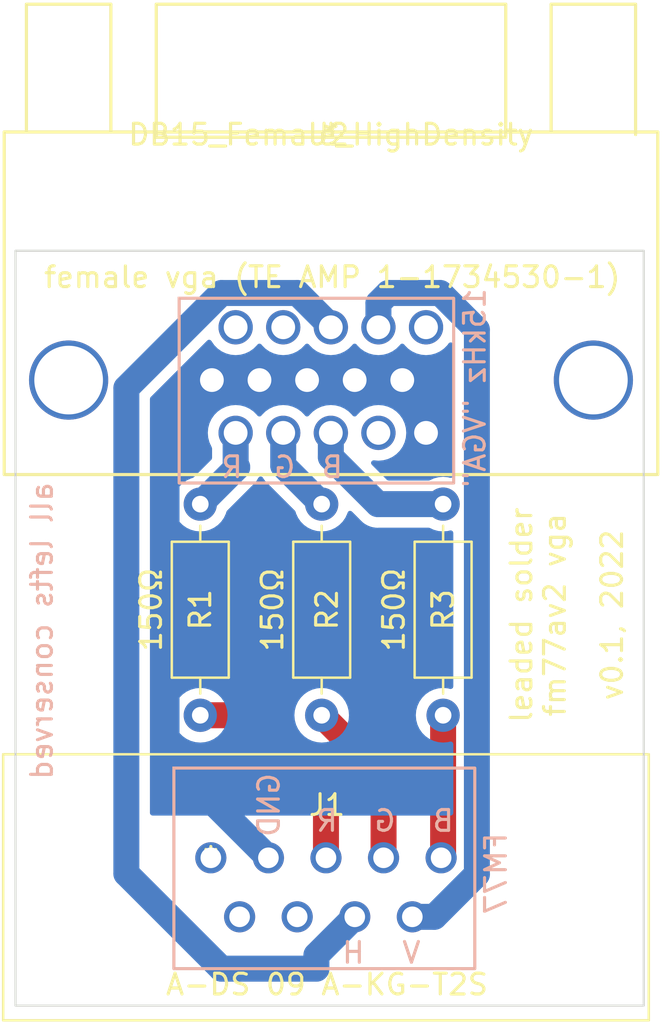
<source format=kicad_pcb>
(kicad_pcb (version 20211014) (generator pcbnew)
  (layers (0 "F.Cu" signal) (31 "B.Cu" signal) (34 "B.Paste" user) (35 "F.Paste" user) (36 "B.SilkS" user "B.Silkscreen") (37 "F.SilkS" user "F.Silkscreen") (38 "B.Mask" user) (39 "F.Mask" user) (44 "Edge.Cuts" user))
  (net 0 "")
  (net 2 "GND")
  (net 3 "/FM77_RED")
  (net 4 "/FM77_GREEN")
  (net 5 "/FM77_BLUE")
  (net 6 "/12V")
  (net 8 "/HSYNC")
  (net 9 "/VSYNC")
  (net 14 "/VGA_BLUE")
  (net 15 "/VGA_GREEN")
  (net 16 "/VGA_RED")
  (footprint "LeadedSolder:A-DS 09 A-KG-T2S" (layer "F.Cu") (at 124.714 98.552)
    (fp_text reference "J1" (at 5.588 -2.54) (layer "F.SilkS"))
    (fp_text value "DB9_Male" hide)
    (fp_text user "*" (at 0 0) (layer "F.SilkS"))
    (fp_line (start -9.992101 -4.982002) (end -9.992101 7.819598) (layer "F.SilkS") (width 0.12))
    (fp_line (start 21.072099 -4.982002) (end -9.992101 -4.982002) (layer "F.SilkS") (width 0.12))
    (fp_line (start 21.072099 7.819598) (end 21.072099 -4.982002) (layer "F.SilkS") (width 0.12))
    (fp_line (start -9.992101 7.819598) (end 21.072099 7.819598) (layer "F.SilkS") (width 0.12))
    (pad "" np_thru_hole circle (at 18.034998 1.419885) (size 3.048 3.048) (drill 3.048) (layers *.Cu *.Mask))
    (pad "" np_thru_hole circle (at -6.955 1.419885) (size 3.048 3.048) (drill 3.048) (layers *.Cu *.Mask))
    (pad "1" thru_hole circle (at 0 0) (size 1.4986 1.4986) (drill 0.9906) (layers *.Cu *.Mask))
    (pad "2" thru_hole circle (at 2.77 0) (size 1.4986 1.4986) (drill 0.9906) (layers *.Cu *.Mask) (net 2 "GND"))
    (pad "3" thru_hole circle (at 5.539999 0) (size 1.4986 1.4986) (drill 0.9906) (layers *.Cu *.Mask) (net 3 "/FM77_RED"))
    (pad "4" thru_hole circle (at 8.309999 0) (size 1.4986 1.4986) (drill 0.9906) (layers *.Cu *.Mask) (net 4 "/FM77_GREEN"))
    (pad "5" thru_hole circle (at 11.079998 0) (size 1.4986 1.4986) (drill 0.9906) (layers *.Cu *.Mask) (net 5 "/FM77_BLUE"))
    (pad "6" thru_hole circle (at 1.384998 2.839999) (size 1.4986 1.4986) (drill 0.9906) (layers *.Cu *.Mask) (net 6 "/12V"))
    (pad "7" thru_hole circle (at 4.154998 2.839999) (size 1.4986 1.4986) (drill 0.9906) (layers *.Cu *.Mask))
    (pad "8" thru_hole circle (at 6.925 2.839999) (size 1.4986 1.4986) (drill 0.9906) (layers *.Cu *.Mask) (net 8 "/HSYNC"))
    (pad "9" thru_hole circle (at 9.695 2.839999) (size 1.4986 1.4986) (drill 0.9906) (layers *.Cu *.Mask) (net 9 "/VSYNC"))
  )
  (footprint "Resistor_THT:R_Axial_DIN0207_L6.3mm_D2.5mm_P10.16mm_Horizontal" (layer "F.Cu") (at 135.89 81.534 -90)
    (fp_text reference "R3" (at 5.08 0 90) (layer "F.SilkS"))
    (fp_text value "150Ω" (at 5.08 2.37 90) (layer "F.SilkS"))
    (fp_line (start 1.81 1.37) (end 8.35 1.37) (layer "F.SilkS") (width 0.12))
    (fp_line (start 1.04 0) (end 1.81 0) (layer "F.SilkS") (width 0.12))
    (fp_line (start 8.35 1.37) (end 8.35 -1.37) (layer "F.SilkS") (width 0.12))
    (fp_line (start 9.12 0) (end 8.35 0) (layer "F.SilkS") (width 0.12))
    (fp_line (start 8.35 -1.37) (end 1.81 -1.37) (layer "F.SilkS") (width 0.12))
    (fp_line (start 1.81 -1.37) (end 1.81 1.37) (layer "F.SilkS") (width 0.12))
    (pad "1" thru_hole circle (at 0 0 270) (size 1.6 1.6) (drill 0.8) (layers *.Cu *.Mask) (net 14 "/VGA_BLUE"))
    (pad "2" thru_hole oval (at 10.16 0 270) (size 1.6 1.6) (drill 0.8) (layers *.Cu *.Mask) (net 5 "/FM77_BLUE"))
  )
  (footprint "Resistor_THT:R_Axial_DIN0207_L6.3mm_D2.5mm_P10.16mm_Horizontal" (layer "F.Cu") (at 124.206 81.534 -90)
    (fp_text reference "R1" (at 5.08 0 90) (layer "F.SilkS"))
    (fp_text value "150Ω" (at 5.08 2.37 90) (layer "F.SilkS"))
    (fp_line (start 8.35 1.37) (end 8.35 -1.37) (layer "F.SilkS") (width 0.12))
    (fp_line (start 8.35 -1.37) (end 1.81 -1.37) (layer "F.SilkS") (width 0.12))
    (fp_line (start 1.04 0) (end 1.81 0) (layer "F.SilkS") (width 0.12))
    (fp_line (start 9.12 0) (end 8.35 0) (layer "F.SilkS") (width 0.12))
    (fp_line (start 1.81 -1.37) (end 1.81 1.37) (layer "F.SilkS") (width 0.12))
    (fp_line (start 1.81 1.37) (end 8.35 1.37) (layer "F.SilkS") (width 0.12))
    (pad "1" thru_hole circle (at 0 0 270) (size 1.6 1.6) (drill 0.8) (layers *.Cu *.Mask) (net 16 "/VGA_RED"))
    (pad "2" thru_hole oval (at 10.16 0 270) (size 1.6 1.6) (drill 0.8) (layers *.Cu *.Mask) (net 3 "/FM77_RED"))
  )
  (footprint "Resistor_THT:R_Axial_DIN0207_L6.3mm_D2.5mm_P10.16mm_Horizontal" (layer "F.Cu") (at 130.048 81.534 -90)
    (fp_text reference "R2" (at 5.08 -0.254 90) (layer "F.SilkS"))
    (fp_text value "150Ω" (at 5.08 2.37 90) (layer "F.SilkS"))
    (fp_line (start 8.35 1.37) (end 8.35 -1.37) (layer "F.SilkS") (width 0.12))
    (fp_line (start 8.35 -1.37) (end 1.81 -1.37) (layer "F.SilkS") (width 0.12))
    (fp_line (start 1.81 -1.37) (end 1.81 1.37) (layer "F.SilkS") (width 0.12))
    (fp_line (start 9.12 0) (end 8.35 0) (layer "F.SilkS") (width 0.12))
    (fp_line (start 1.81 1.37) (end 8.35 1.37) (layer "F.SilkS") (width 0.12))
    (fp_line (start 1.04 0) (end 1.81 0) (layer "F.SilkS") (width 0.12))
    (pad "1" thru_hole circle (at 0 0 270) (size 1.6 1.6) (drill 0.8) (layers *.Cu *.Mask) (net 15 "/VGA_GREEN"))
    (pad "2" thru_hole oval (at 10.16 0 270) (size 1.6 1.6) (drill 0.8) (layers *.Cu *.Mask) (net 4 "/FM77_GREEN"))
  )
  (footprint "Connector_TE_AMP_HD15:FIXED-1-1734530-1" (layer "F.Cu") (at 130.495699 63.754)
    (fp_text reference "J2" (at 0 0) (layer "F.SilkS"))
    (fp_text value "DB15_Female_HighDensity" (at 0 0) (layer "F.SilkS"))
    (fp_text user "*" (at 0 0) (layer "F.SilkS"))
    (fp_line (start 10.5918 -6.2738) (end 10.5918 -0.127) (layer "F.SilkS") (width 0.1524))
    (fp_line (start -14.6558 -6.2738) (end -14.6558 -0.127) (layer "F.SilkS") (width 0.1524))
    (fp_line (start 8.4074 0.127) (end -8.4074 0.127) (layer "F.SilkS") (width 0.1524))
    (fp_line (start -10.5918 -0.127) (end -10.5918 -6.2738) (layer "F.SilkS") (width 0.1524))
    (fp_line (start -15.7226 -0.127) (end 15.7226 -0.127) (layer "F.SilkS") (width 0.1524))
    (fp_line (start 14.6558 0) (end 14.6558 -6.2738) (layer "F.SilkS") (width 0.1524))
    (fp_line (start -8.4074 -6.2738) (end 8.4074 -6.2738) (layer "F.SilkS") (width 0.1524))
    (fp_line (start 8.4074 -6.2738) (end 8.4074 0.127) (layer "F.SilkS") (width 0.1524))
    (fp_line (start -10.5918 -6.2738) (end -14.6558 -6.2738) (layer "F.SilkS") (width 0.1524))
    (fp_line (start 15.7226 -0.127) (end 15.7226 16.3576) (layer "F.SilkS") (width 0.1524))
    (fp_line (start -8.4074 0.127) (end -8.4074 -6.2738) (layer "F.SilkS") (width 0.1524))
    (fp_line (start 15.7226 16.3576) (end -15.7226 16.3576) (layer "F.SilkS") (width 0.1524))
    (fp_line (start -15.7226 16.3576) (end -15.7226 -0.127) (layer "F.SilkS") (width 0.1524))
    (fp_line (start 14.6558 -6.2738) (end 10.5918 -6.2738) (layer "F.SilkS") (width 0.1524))
    (pad "1" thru_hole circle locked (at -4.588256 14.351) (size 1.651 1.651) (drill 1.143) (layers *.Cu *.Mask) (net 16 "/VGA_RED"))
    (pad "2" thru_hole circle locked (at -2.298192 14.351) (size 1.651 1.651) (drill 1.143) (layers *.Cu *.Mask) (net 15 "/VGA_GREEN"))
    (pad "3" thru_hole circle locked (at -0.008128 14.351) (size 1.651 1.651) (drill 1.143) (layers *.Cu *.Mask) (net 14 "/VGA_BLUE"))
    (pad "4" thru_hole circle locked (at 2.281936 14.351) (size 1.651 1.651) (drill 1.143) (layers *.Cu *.Mask))
    (pad "5" thru_hole circle locked (at 4.572 14.351) (size 1.651 1.651) (drill 1.143) (layers *.Cu *.Mask) (net 2 "GND"))
    (pad "6" thru_hole circle locked (at -5.730999 11.811) (size 1.651 1.651) (drill 1.143) (layers *.Cu *.Mask) (net 2 "GND"))
    (pad "7" thru_hole circle locked (at -3.440999 11.811) (size 1.651 1.651) (drill 1.143) (layers *.Cu *.Mask) (net 2 "GND"))
    (pad "8" thru_hole circle locked (at -1.151001 11.811) (size 1.651 1.651) (drill 1.143) (layers *.Cu *.Mask) (net 2 "GND"))
    (pad "9" thru_hole circle locked (at 1.139 11.811) (size 1.651 1.651) (drill 1.143) (layers *.Cu *.Mask) (net 2 "GND"))
    (pad "10" thru_hole circle locked (at 3.429 11.811) (size 1.651 1.651) (drill 1.143) (layers *.Cu *.Mask) (net 2 "GND"))
    (pad "11" thru_hole circle locked (at -4.587999 9.271) (size 1.651 1.651) (drill 1.143) (layers *.Cu *.Mask))
    (pad "12" thru_hole circle locked (at -2.297999 9.271) (size 1.651 1.651) (drill 1.143) (layers *.Cu *.Mask))
    (pad "13" thru_hole circle locked (at -0.008001 9.271) (size 1.651 1.651) (drill 1.143) (layers *.Cu *.Mask) (net 8 "/HSYNC"))
    (pad "14" thru_hole circle locked (at 2.282 9.271) (size 1.651 1.651) (drill 1.143) (layers *.Cu *.Mask) (net 9 "/VSYNC"))
    (pad "15" thru_hole circle locked (at 4.572 9.271) (size 1.651 1.651) (drill 1.143) (layers *.Cu *.Mask))
    (pad "16" thru_hole circle locked (at 12.6238 11.811) (size 3.81 3.81) (drill 3.302) (layers *.Cu *.Mask))
    (pad "17" thru_hole circle locked (at -12.6238 11.811) (size 3.81 3.81) (drill 3.302) (layers *.Cu *.Mask))
  )
  (gr_rect (start 122.936 94.234) (end 137.414 103.886) (layer "B.SilkS") (width 0.15) (fill none))
  (gr_rect (start 136.398 71.628) (end 123.19 80.518) (layer "B.SilkS") (width 0.15) (fill none))
  (gr_rect (start 115.316 105.664) (end 145.542 69.342) (layer "Edge.Cuts") (width 0.1) (fill none))
  (gr_text "V" (at 134.366 103.124) (layer "B.SilkS") (effects (font (size 1 1)) (justify mirror)))
  (gr_text "G" (at 133.096 96.774) (layer "B.SilkS") (effects (font (size 1 1)) (justify mirror)))
  (gr_text "G" (at 128.27 79.756) (layer "B.SilkS") (effects (font (size 1 1)) (justify mirror)))
  (gr_text "FM77" (at 138.43 99.314 90) (layer "B.SilkS") (effects (font (size 1 1)) (justify mirror)))
  (gr_text "B" (at 135.89 96.774) (layer "B.SilkS") (effects (font (size 1 1)) (justify mirror)))
  (gr_text "15kHz {dblquote}VGA{dblquote}" (at 137.414 75.946 90) (layer "B.SilkS") (effects (font (size 1 1)) (justify mirror)))
  (gr_text "R" (at 130.302 96.774) (layer "B.SilkS") (effects (font (size 1 1)) (justify mirror)))
  (gr_text "H" (at 131.572 103.124) (layer "B.SilkS") (effects (font (size 1 1)) (justify mirror)))
  (gr_text "B" (at 130.556 79.756) (layer "B.SilkS") (effects (font (size 1 1)) (justify mirror)))
  (gr_text "all lefts conserved" (at 116.586 87.63 90) (layer "B.SilkS") (effects (font (size 1 1)) (justify mirror)))
  (gr_text "R" (at 125.73 79.756) (layer "B.SilkS") (effects (font (size 1 1)) (justify mirror)))
  (gr_text "GND" (at 127.508 96.012 90) (layer "B.SilkS") (effects (font (size 1 1)) (justify mirror)))
  (gr_text "female vga (TE AMP 1-1734530-1)" (at 130.556 70.612) (layer "F.SilkS") (effects (font (size 1 1))))
  (gr_text "v0.1, 2022" (at 144.018 86.868 90) (layer "F.SilkS") (effects (font (size 1 1))))
  (gr_text "leaded solder\nfm77av2 vga" (at 140.462 86.868 90) (layer "F.SilkS") (effects (font (size 1 1))))
  (gr_text "A-DS 09 A-KG-T2S" (at 130.302 104.648) (layer "F.SilkS") (effects (font (size 1 1))))
  (segment (start 122.581489 77.748211) (end 124.7647 75.565) (width 1.25) (layer "B.Cu") (net 2))
  (segment (start 127.484 98.552) (end 122.581489 93.649489) (width 1.25) (layer "B.Cu") (net 2))
  (segment (start 122.581489 93.649489) (end 122.581489 77.748211) (width 1.25) (layer "B.Cu") (net 2))
  (segment (start 124.206 91.694) (end 126.238 91.694) (width 1.25) (layer "F.Cu") (net 3))
  (segment (start 130.302 95.758) (end 130.253999 95.806001) (width 1.25) (layer "F.Cu") (net 3))
  (segment (start 130.253999 95.806001) (end 130.253999 98.552) (width 1.25) (layer "F.Cu") (net 3))
  (segment (start 126.238 91.694) (end 130.302 95.758) (width 1.25) (layer "F.Cu") (net 3))
  (segment (start 130.048 91.694) (end 133.023999 94.669999) (width 1.25) (layer "F.Cu") (net 4))
  (segment (start 133.023999 94.669999) (end 133.023999 98.552) (width 1.25) (layer "F.Cu") (net 4))
  (segment (start 135.89 98.455998) (end 135.793998 98.552) (width 1.25) (layer "F.Cu") (net 5))
  (segment (start 135.89 91.694) (end 135.89 98.455998) (width 1.25) (layer "F.Cu") (net 5))
  (segment (start 125.224242 71.374989) (end 120.65 75.949231) (width 1.25) (layer "B.Cu") (net 8))
  (segment (start 129.794 103.886) (end 129.794 103.236999) (width 1.25) (layer "B.Cu") (net 8))
  (segment (start 120.65 75.949231) (end 120.65 99.314) (width 1.25) (layer "B.Cu") (net 8))
  (segment (start 130.487698 72.981529) (end 128.881158 71.374989) (width 1.25) (layer "B.Cu") (net 8))
  (segment (start 120.65 99.314) (end 125.222 103.886) (width 1.25) (layer "B.Cu") (net 8))
  (segment (start 128.881158 71.374989) (end 125.224242 71.374989) (width 1.25) (layer "B.Cu") (net 8))
  (segment (start 130.487698 73.025) (end 130.487698 72.981529) (width 1.25) (layer "B.Cu") (net 8))
  (segment (start 129.794 103.236999) (end 131.639 101.391999) (width 1.25) (layer "B.Cu") (net 8))
  (segment (start 125.222 103.886) (end 129.794 103.886) (width 1.25) (layer "B.Cu") (net 8))
  (segment (start 135.46867 101.391999) (end 137.514511 99.346158) (width 1.25) (layer "B.Cu") (net 9))
  (segment (start 137.514511 99.346158) (end 137.514511 73.138343) (width 1.25) (layer "B.Cu") (net 9))
  (segment (start 132.777699 71.857567) (end 132.777699 73.025) (width 1.25) (layer "B.Cu") (net 9))
  (segment (start 135.751157 71.374989) (end 133.260277 71.374989) (width 1.25) (layer "B.Cu") (net 9))
  (segment (start 133.260277 71.374989) (end 132.777699 71.857567) (width 1.25) (layer "B.Cu") (net 9))
  (segment (start 134.409 101.391999) (end 135.46867 101.391999) (width 1.25) (layer "B.Cu") (net 9))
  (segment (start 137.514511 73.138343) (end 135.751157 71.374989) (width 1.25) (layer "B.Cu") (net 9))
  (segment (start 130.487571 79.272433) (end 130.487571 78.105) (width 1.25) (layer "B.Cu") (net 14))
  (segment (start 135.89 81.534) (end 132.749138 81.534) (width 1.25) (layer "B.Cu") (net 14))
  (segment (start 132.749138 81.534) (end 130.487571 79.272433) (width 1.25) (layer "B.Cu") (net 14))
  (segment (start 130.048 81.534) (end 128.197507 79.683507) (width 1.25) (layer "B.Cu") (net 15))
  (segment (start 128.197507 79.683507) (end 128.197507 78.105) (width 1.25) (layer "B.Cu") (net 15))
  (segment (start 125.907443 79.679443) (end 125.907443 78.105) (width 1.25) (layer "B.Cu") (net 16))
  (segment (start 125.984 79.756) (end 125.907443 79.679443) (width 1.25) (layer "B.Cu") (net 16))
  (segment (start 124.206 81.534) (end 125.984 79.756) (width 1.25) (layer "B.Cu") (net 16))
  (zone (net 2) (net_name "GND") (layer "B.Cu") (connect_pads yes (clearance 0.508)) (min_thickness 0.254) (fill yes (thermal_gap 0.508) (thermal_bridge_width 0.508))
    (polygon (pts (xy 145.542 96.52) (xy 115.316 96.52) (xy 115.316 69.342) (xy 145.542 69.342)))
  )
)
</source>
